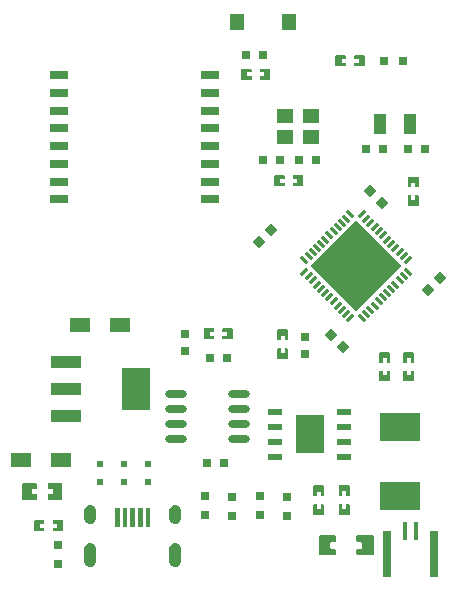
<source format=gtp>
G04*
G04 #@! TF.GenerationSoftware,Altium Limited,Altium Designer,22.11.1 (43)*
G04*
G04 Layer_Color=8421504*
%FSLAX25Y25*%
%MOIN*%
G70*
G04*
G04 #@! TF.SameCoordinates,CE4FA216-54C7-4044-9C64-AD491F851F59*
G04*
G04*
G04 #@! TF.FilePolarity,Positive*
G04*
G01*
G75*
%ADD25P,0.30623X4X270.0*%
G04:AMPARAMS|DCode=26|XSize=35.43mil|YSize=11.02mil|CornerRadius=0mil|HoleSize=0mil|Usage=FLASHONLY|Rotation=225.000|XOffset=0mil|YOffset=0mil|HoleType=Round|Shape=Round|*
%AMOVALD26*
21,1,0.02441,0.01102,0.00000,0.00000,225.0*
1,1,0.01102,0.00863,0.00863*
1,1,0.01102,-0.00863,-0.00863*
%
%ADD26OVALD26*%

G04:AMPARAMS|DCode=27|XSize=11.02mil|YSize=35.43mil|CornerRadius=0mil|HoleSize=0mil|Usage=FLASHONLY|Rotation=225.000|XOffset=0mil|YOffset=0mil|HoleType=Round|Shape=Round|*
%AMOVALD27*
21,1,0.02441,0.01102,0.00000,0.00000,315.0*
1,1,0.01102,-0.00863,0.00863*
1,1,0.01102,0.00863,-0.00863*
%
%ADD27OVALD27*%

%ADD28R,0.13504X0.09528*%
%ADD29R,0.03150X0.03150*%
%ADD30R,0.03000X0.03000*%
%ADD31R,0.04724X0.02362*%
%ADD32R,0.09449X0.12992*%
%ADD33R,0.02362X0.02362*%
%ADD34O,0.07343X0.02480*%
%ADD35P,0.04243X4X90.0*%
%ADD36R,0.03937X0.07087*%
%ADD37R,0.05512X0.04724*%
%ADD38R,0.04842X0.05354*%
%ADD39R,0.03150X0.03150*%
%ADD40R,0.01575X0.06299*%
%ADD41R,0.03150X0.15748*%
%ADD42R,0.06299X0.03150*%
%ADD43R,0.09213X0.14173*%
%ADD44R,0.09843X0.04331*%
%ADD45P,0.04243X4X360.0*%
%ADD46R,0.06919X0.05102*%
%ADD47R,0.03000X0.03000*%
G36*
X122902Y175575D02*
Y172425D01*
X122705Y172228D01*
X119555D01*
X119358Y172425D01*
Y173378D01*
X120815D01*
Y174677D01*
X119358D01*
Y175575D01*
X119555Y175772D01*
X122705D01*
X122902Y175575D01*
D02*
G37*
G36*
X116602D02*
Y174677D01*
X115106D01*
Y173378D01*
X116602D01*
Y172425D01*
X116406Y172228D01*
X113295D01*
X113099Y172425D01*
Y175575D01*
X113295Y175772D01*
X116406D01*
X116602Y175575D01*
D02*
G37*
G36*
X91368Y171075D02*
Y167925D01*
X91171Y167728D01*
X88060D01*
X87864Y167925D01*
Y168823D01*
X89360D01*
Y170122D01*
X87864D01*
Y171075D01*
X88060Y171272D01*
X91171D01*
X91368Y171075D01*
D02*
G37*
G36*
X85108D02*
Y170122D01*
X83651D01*
Y168823D01*
X85108D01*
Y167925D01*
X84911Y167728D01*
X81761D01*
X81564Y167925D01*
Y171075D01*
X81761Y171272D01*
X84911D01*
X85108Y171075D01*
D02*
G37*
G36*
X102436Y135575D02*
Y132425D01*
X102239Y132228D01*
X99089D01*
X98892Y132425D01*
Y133378D01*
X100349D01*
Y134677D01*
X98892D01*
Y135575D01*
X99089Y135772D01*
X102239D01*
X102436Y135575D01*
D02*
G37*
G36*
X96136D02*
Y134677D01*
X94640D01*
Y133378D01*
X96136D01*
Y132425D01*
X95940Y132228D01*
X92829D01*
X92633Y132425D01*
Y135575D01*
X92829Y135772D01*
X95940D01*
X96136Y135575D01*
D02*
G37*
G36*
X140772Y135171D02*
Y132060D01*
X140575Y131864D01*
X139677D01*
Y133360D01*
X138378D01*
Y131864D01*
X137425D01*
X137228Y132060D01*
Y135171D01*
X137425Y135368D01*
X140575D01*
X140772Y135171D01*
D02*
G37*
G36*
Y128911D02*
Y125761D01*
X140575Y125564D01*
X137425D01*
X137228Y125761D01*
Y128911D01*
X137425Y129108D01*
X138378D01*
Y127651D01*
X139677D01*
Y129108D01*
X140575D01*
X140772Y128911D01*
D02*
G37*
G36*
X78936Y84575D02*
Y81425D01*
X78739Y81228D01*
X75589D01*
X75392Y81425D01*
Y82378D01*
X76849D01*
Y83677D01*
X75392D01*
Y84575D01*
X75589Y84772D01*
X78739D01*
X78936Y84575D01*
D02*
G37*
G36*
X72636D02*
Y83677D01*
X71140D01*
Y82378D01*
X72636D01*
Y81425D01*
X72440Y81228D01*
X69329D01*
X69133Y81425D01*
Y84575D01*
X69329Y84772D01*
X72440D01*
X72636Y84575D01*
D02*
G37*
G36*
X97272Y84239D02*
Y81089D01*
X97075Y80892D01*
X96122D01*
Y82349D01*
X94823D01*
Y80892D01*
X93925D01*
X93728Y81089D01*
Y84239D01*
X93925Y84436D01*
X97075D01*
X97272Y84239D01*
D02*
G37*
G36*
Y77940D02*
Y74829D01*
X97075Y74633D01*
X93925D01*
X93728Y74829D01*
Y77940D01*
X93925Y78136D01*
X94823D01*
Y76640D01*
X96122D01*
Y78136D01*
X97075D01*
X97272Y77940D01*
D02*
G37*
G36*
X139272Y76739D02*
Y73589D01*
X139075Y73392D01*
X138122D01*
Y74849D01*
X136823D01*
Y73392D01*
X135925D01*
X135728Y73589D01*
Y76739D01*
X135925Y76936D01*
X139075D01*
X139272Y76739D01*
D02*
G37*
G36*
X131272D02*
Y73589D01*
X131075Y73392D01*
X130122D01*
Y74849D01*
X128823D01*
Y73392D01*
X127925D01*
X127728Y73589D01*
Y76739D01*
X127925Y76936D01*
X131075D01*
X131272Y76739D01*
D02*
G37*
G36*
X139272Y70440D02*
Y67329D01*
X139075Y67133D01*
X135925D01*
X135728Y67329D01*
Y70440D01*
X135925Y70636D01*
X136823D01*
Y69140D01*
X138122D01*
Y70636D01*
X139075D01*
X139272Y70440D01*
D02*
G37*
G36*
X131272D02*
Y67329D01*
X131075Y67133D01*
X127925D01*
X127728Y67329D01*
Y70440D01*
X127925Y70636D01*
X128823D01*
Y69140D01*
X130122D01*
Y70636D01*
X131075D01*
X131272Y70440D01*
D02*
G37*
G36*
X117772Y32239D02*
Y29128D01*
X117575Y28932D01*
X116677D01*
Y30428D01*
X115378D01*
Y28932D01*
X114425D01*
X114228Y29128D01*
Y32239D01*
X114425Y32436D01*
X117575D01*
X117772Y32239D01*
D02*
G37*
G36*
X109272Y32239D02*
Y29089D01*
X109075Y28892D01*
X108122D01*
Y30349D01*
X106823D01*
Y28892D01*
X105925D01*
X105728Y29089D01*
Y32239D01*
X105925Y32436D01*
X109075D01*
X109272Y32239D01*
D02*
G37*
G36*
X22097Y32941D02*
Y27902D01*
X21900Y27705D01*
X17372D01*
X17175Y27902D01*
X17155Y29516D01*
X18927D01*
Y31287D01*
X17195D01*
X17175Y32941D01*
X17372Y33138D01*
X21900D01*
X22097Y32941D01*
D02*
G37*
G36*
X13632D02*
X13632Y31287D01*
X11880D01*
Y29516D01*
X13612D01*
X13632Y27902D01*
X13435Y27705D01*
X8908D01*
X8711Y27902D01*
Y32941D01*
X8908Y33138D01*
X13435D01*
X13632Y32941D01*
D02*
G37*
G36*
X117772Y25979D02*
Y22829D01*
X117575Y22632D01*
X114425D01*
X114228Y22829D01*
Y25979D01*
X114425Y26176D01*
X115378D01*
Y24719D01*
X116677D01*
Y26176D01*
X117575D01*
X117772Y25979D01*
D02*
G37*
G36*
X109272Y25940D02*
Y22829D01*
X109075Y22633D01*
X105925D01*
X105728Y22829D01*
Y25940D01*
X105925Y26136D01*
X106823D01*
Y24640D01*
X108122D01*
Y26136D01*
X109075D01*
X109272Y25940D01*
D02*
G37*
G36*
X60788Y25641D02*
X61342Y25088D01*
X61642Y24364D01*
Y23972D01*
Y21610D01*
Y21219D01*
X61342Y20495D01*
X60788Y19941D01*
X60065Y19642D01*
X59282D01*
X58558Y19941D01*
X58004Y20495D01*
X57705Y21219D01*
Y21610D01*
Y23972D01*
Y24364D01*
X58004Y25088D01*
X58558Y25641D01*
X59282Y25941D01*
X60065D01*
X60788Y25641D01*
D02*
G37*
G36*
X32442D02*
X32996Y25088D01*
X33295Y24364D01*
Y23972D01*
Y21610D01*
Y21219D01*
X32996Y20495D01*
X32442Y19941D01*
X31718Y19642D01*
X30935D01*
X30212Y19941D01*
X29658Y20495D01*
X29358Y21219D01*
Y21610D01*
Y23972D01*
Y24364D01*
X29658Y25088D01*
X30212Y25641D01*
X30935Y25941D01*
X31718D01*
X32442Y25641D01*
D02*
G37*
G36*
X51405Y18498D02*
X49831D01*
Y24798D01*
X51405D01*
Y18498D01*
D02*
G37*
G36*
X48846D02*
X47272D01*
Y24798D01*
X48846D01*
Y18498D01*
D02*
G37*
G36*
X46287D02*
X44713D01*
Y24798D01*
X46287D01*
Y18498D01*
D02*
G37*
G36*
X43728D02*
X42153D01*
Y24798D01*
X43728D01*
Y18498D01*
D02*
G37*
G36*
X41169D02*
X39594D01*
Y24798D01*
X41169D01*
Y18498D01*
D02*
G37*
G36*
X22402Y20575D02*
Y17425D01*
X22205Y17228D01*
X19055D01*
X18858Y17425D01*
Y18378D01*
X20315D01*
Y19677D01*
X18858D01*
Y20575D01*
X19055Y20772D01*
X22205D01*
X22402Y20575D01*
D02*
G37*
G36*
X16102D02*
Y19677D01*
X14606D01*
Y18378D01*
X16102D01*
Y17425D01*
X15906Y17228D01*
X12795D01*
X12598Y17425D01*
Y20575D01*
X12795Y20772D01*
X15906D01*
X16102Y20575D01*
D02*
G37*
G36*
X125923Y15508D02*
Y9492D01*
X125529Y9098D01*
X120470D01*
X120077Y9492D01*
Y10950D01*
X120470Y11344D01*
X121671D01*
X122064Y11737D01*
Y13263D01*
X121671Y13656D01*
X120470D01*
X120077Y14050D01*
Y15508D01*
X120470Y15902D01*
X125529D01*
X125923Y15508D01*
D02*
G37*
G36*
X113383D02*
Y14050D01*
X112990Y13656D01*
X111789D01*
X111396Y13263D01*
Y11737D01*
X111789Y11344D01*
X112990D01*
X113383Y10950D01*
Y9492D01*
X112990Y9098D01*
X107931D01*
X107537Y9492D01*
Y15508D01*
X107931Y15902D01*
X112990D01*
X113383Y15508D01*
D02*
G37*
G36*
X60788Y12846D02*
X61342Y12292D01*
X61642Y11569D01*
Y11177D01*
Y7240D01*
Y6849D01*
X61342Y6125D01*
X60788Y5571D01*
X60065Y5272D01*
X59282D01*
X58558Y5571D01*
X58004Y6125D01*
X57705Y6849D01*
Y7240D01*
Y11177D01*
Y11569D01*
X58004Y12292D01*
X58558Y12846D01*
X59282Y13146D01*
X60065D01*
X60788Y12846D01*
D02*
G37*
G36*
X32442D02*
X32996Y12292D01*
X33295Y11569D01*
Y11177D01*
Y7240D01*
Y6849D01*
X32996Y6125D01*
X32442Y5571D01*
X31718Y5272D01*
X30935D01*
X30212Y5571D01*
X29658Y6125D01*
X29358Y6849D01*
Y7240D01*
Y11177D01*
Y11569D01*
X29658Y12292D01*
X30212Y12846D01*
X30935Y13146D01*
X31718D01*
X32442Y12846D01*
D02*
G37*
D25*
X120000Y105500D02*
D03*
D26*
X121944Y122760D02*
D03*
X123337Y121368D02*
D03*
X124730Y119975D02*
D03*
X126123Y118581D02*
D03*
X127516Y117189D02*
D03*
X128909Y115796D02*
D03*
X130295Y114409D02*
D03*
X131688Y113017D02*
D03*
X133081Y111624D02*
D03*
X134474Y110231D02*
D03*
X135867Y108837D02*
D03*
X137260Y107445D02*
D03*
X118055Y88240D02*
D03*
X116662Y89632D02*
D03*
X115269Y91026D02*
D03*
X113876Y92418D02*
D03*
X112483Y93812D02*
D03*
X111090Y95205D02*
D03*
X109704Y96590D02*
D03*
X108311Y97983D02*
D03*
X106918Y99376D02*
D03*
X105525Y100769D02*
D03*
X104132Y102163D02*
D03*
X102739Y103556D02*
D03*
D27*
X137260D02*
D03*
X135867Y102163D02*
D03*
X134474Y100769D02*
D03*
X133081Y99376D02*
D03*
X131688Y97983D02*
D03*
X130295Y96590D02*
D03*
X128909Y95205D02*
D03*
X127516Y93812D02*
D03*
X126123Y92418D02*
D03*
X124730Y91026D02*
D03*
X123337Y89632D02*
D03*
X121944Y88240D02*
D03*
X102739Y107445D02*
D03*
X104132Y108837D02*
D03*
X105525Y110231D02*
D03*
X106918Y111624D02*
D03*
X108311Y113017D02*
D03*
X109704Y114409D02*
D03*
X111090Y115796D02*
D03*
X112483Y117189D02*
D03*
X113876Y118581D02*
D03*
X115269Y119975D02*
D03*
X116662Y121368D02*
D03*
X118055Y122760D02*
D03*
D28*
X134500Y28986D02*
D03*
Y52014D02*
D03*
D29*
X129205Y173973D02*
D03*
X135500Y174000D02*
D03*
D30*
X70400Y40000D02*
D03*
X76000D02*
D03*
X123200Y144500D02*
D03*
X128800D02*
D03*
X142800D02*
D03*
X137200D02*
D03*
X89000Y176000D02*
D03*
X83400D02*
D03*
X77000Y75000D02*
D03*
X71400D02*
D03*
X94500Y141000D02*
D03*
X88900D02*
D03*
X100900D02*
D03*
X106500D02*
D03*
D31*
X93050Y57000D02*
D03*
Y52000D02*
D03*
Y47000D02*
D03*
Y42000D02*
D03*
X115950D02*
D03*
Y47000D02*
D03*
Y52000D02*
D03*
Y57000D02*
D03*
D32*
X104500Y49500D02*
D03*
D33*
X34500Y33547D02*
D03*
Y39452D02*
D03*
X42500D02*
D03*
Y33547D02*
D03*
X50500Y39452D02*
D03*
Y33547D02*
D03*
D34*
X59939Y63000D02*
D03*
Y58000D02*
D03*
Y53000D02*
D03*
Y48000D02*
D03*
X81061Y63000D02*
D03*
Y58000D02*
D03*
Y53000D02*
D03*
Y48000D02*
D03*
D35*
X144000Y97500D02*
D03*
X147960Y101460D02*
D03*
X87540Y113540D02*
D03*
X91500Y117500D02*
D03*
D36*
X128078Y153000D02*
D03*
X137922D02*
D03*
D37*
X105000Y155500D02*
D03*
X96338D02*
D03*
Y148610D02*
D03*
X105000D02*
D03*
D38*
X80398Y187000D02*
D03*
X97602D02*
D03*
D39*
X20527Y6205D02*
D03*
X20500Y12500D02*
D03*
X97000Y28610D02*
D03*
X97027Y22315D02*
D03*
X87888Y22705D02*
D03*
X87862Y29000D02*
D03*
X78638Y28610D02*
D03*
X78666Y22315D02*
D03*
X69527Y22705D02*
D03*
X69500Y29000D02*
D03*
D40*
X136166Y17368D02*
D03*
X140102D02*
D03*
D41*
X130252Y9500D02*
D03*
X146000D02*
D03*
D42*
X20803Y157358D02*
D03*
Y133736D02*
D03*
X71197D02*
D03*
Y145547D02*
D03*
Y157358D02*
D03*
Y163264D02*
D03*
X20803Y151453D02*
D03*
Y163264D02*
D03*
Y169169D02*
D03*
Y127831D02*
D03*
X71197Y139642D02*
D03*
Y169169D02*
D03*
X20803Y139642D02*
D03*
X71197Y127831D02*
D03*
X20803Y145547D02*
D03*
X71197Y151453D02*
D03*
D43*
X46693Y64500D02*
D03*
D44*
X23307Y55445D02*
D03*
Y64500D02*
D03*
Y73555D02*
D03*
D45*
X115500Y78500D02*
D03*
X111540Y82460D02*
D03*
X124500Y130500D02*
D03*
X128460Y126540D02*
D03*
D46*
X41139Y86000D02*
D03*
X27861D02*
D03*
X8361Y41000D02*
D03*
X21639D02*
D03*
D47*
X63000Y83000D02*
D03*
Y77400D02*
D03*
X103000Y82000D02*
D03*
Y76400D02*
D03*
M02*

</source>
